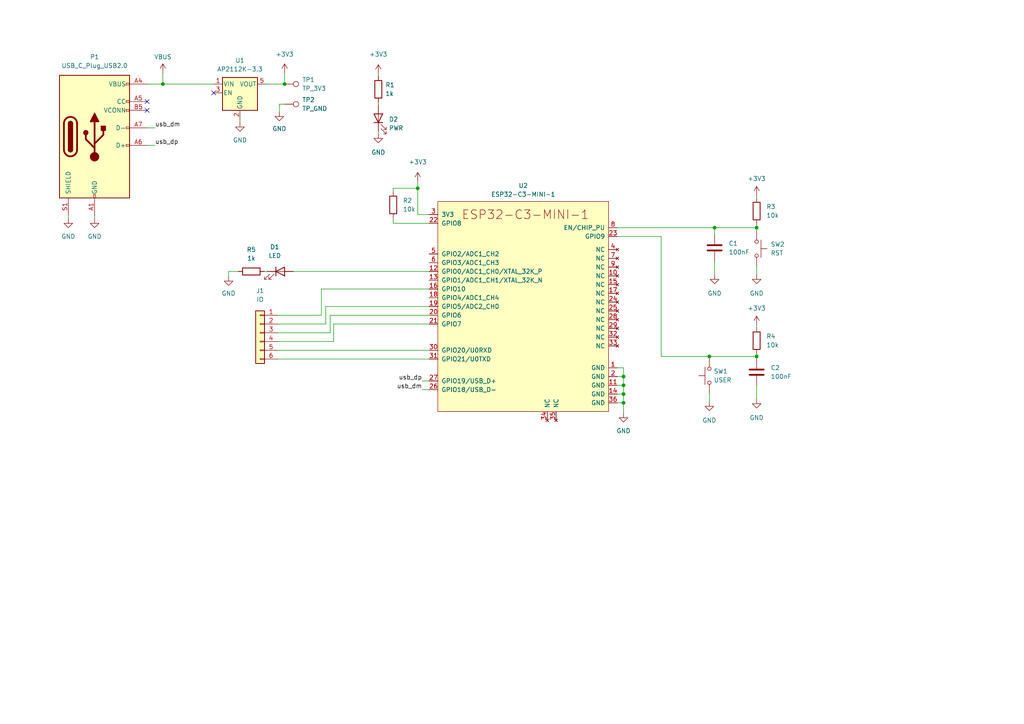
<source format=kicad_sch>
(kicad_sch (version 20211123) (generator eeschema)
  (paper "A4")
  (title_block (title "BLE FC Stack 01") (date "2023-03-22") (rev "A") (comment 1 "Author: Natesh Narain"))
  (lib_symbols
    (symbol "Connector:TestPoint" (pin_numbers hide) (pin_names (offset 0.762) hide)
      (property "Reference" "TP" (at 0 6.858 0))
      (property "Value" "TestPoint" (at 0 5.08 0))
      (symbol "TestPoint_0_1"
        (circle (center 0 3.302) (radius 0.762))
      )
      (symbol "TestPoint_1_1"
        (pin passive line (at 0 0 90) (length 2.54) (name "1") (number "1"))
      )
    )
    (symbol "Connector:USB_C_Plug_USB2.0" (pin_names (offset 1.016))
      (property "Reference" "P" (at -10.16 19.05 0))
      (property "Value" "USB_C_Plug_USB2.0" (at 12.7 19.05 0))
      (symbol "USB_C_Plug_USB2.0_0_0"
        (rectangle (start -0.254 -17.78) (end 0.254 -16.764))
        (rectangle (start 10.16 -2.286) (end 9.144 -2.794))
        (rectangle (start 10.16 2.794) (end 9.144 2.286))
        (rectangle (start 10.16 7.874) (end 9.144 7.366))
        (rectangle (start 10.16 10.414) (end 9.144 9.906))
        (rectangle (start 10.16 15.494) (end 9.144 14.986))
      )
      (symbol "USB_C_Plug_USB2.0_0_1"
        (rectangle (start -10.16 17.78) (end 10.16 -17.78) (stroke (width 0.254)) (fill (type background)))
        (arc (start -8.89 -3.81) (mid -6.985 -5.715) (end -5.08 -3.81) (stroke (width 0.508)))
        (arc (start -7.62 -3.81) (mid -6.985 -4.445) (end -6.35 -3.81) (stroke (width 0.254)))
        (arc (start -7.62 -3.81) (mid -6.985 -4.445) (end -6.35 -3.81) (stroke (width 0.254)) (fill (type outline)))
        (rectangle (start -7.62 -3.81) (end -6.35 3.81) (stroke (width 0.254)) (fill (type outline)))
        (arc (start -6.35 3.81) (mid -6.985 4.445) (end -7.62 3.81) (stroke (width 0.254)))
        (arc (start -6.35 3.81) (mid -6.985 4.445) (end -7.62 3.81) (stroke (width 0.254)) (fill (type outline)))
        (arc (start -5.08 3.81) (mid -6.985 5.715) (end -8.89 3.81) (stroke (width 0.508)))
        (circle (center -2.54 1.143) (radius 0.635) (stroke (width 0.254)) (fill (type outline)))
        (circle (center 0 -5.842) (radius 1.27) (fill (type outline)))
        (polyline (pts (xy -8.89 -3.81) (xy -8.89 3.81)) (stroke (width 0.508)))
        (polyline (pts (xy -5.08 3.81) (xy -5.08 -3.81)) (stroke (width 0.508)))
        (polyline (pts (xy 0 -5.842) (xy 0 4.318)) (stroke (width 0.508)))
        (polyline (pts (xy 0 -3.302) (xy -2.54 -0.762) (xy -2.54 0.508)) (stroke (width 0.508)))
        (polyline (pts (xy 0 -2.032) (xy 2.54 0.508) (xy 2.54 1.778)) (stroke (width 0.508)))
        (polyline (pts (xy -1.27 4.318) (xy 0 6.858) (xy 1.27 4.318) (xy -1.27 4.318)) (stroke (width 0.254)) (fill (type outline)))
        (rectangle (start 1.905 1.778) (end 3.175 3.048) (stroke (width 0.254)) (fill (type outline)))
      )
      (symbol "USB_C_Plug_USB2.0_1_1"
        (pin passive line (at 0 -22.86 90) (length 5.08) (name "GND") (number "A1"))
        (pin passive line (at 0 -22.86 90) (length 5.08) hide (name "GND") (number "A12"))
        (pin passive line (at 15.24 15.24 180) (length 5.08) (name "VBUS") (number "A4"))
        (pin bidirectional line (at 15.24 10.16 180) (length 5.08) (name "CC") (number "A5"))
        (pin bidirectional line (at 15.24 -2.54 180) (length 5.08) (name "D+") (number "A6"))
        (pin bidirectional line (at 15.24 2.54 180) (length 5.08) (name "D-") (number "A7"))
        (pin passive line (at 15.24 15.24 180) (length 5.08) hide (name "VBUS") (number "A9"))
        (pin passive line (at 0 -22.86 90) (length 5.08) hide (name "GND") (number "B1"))
        (pin passive line (at 0 -22.86 90) (length 5.08) hide (name "GND") (number "B12"))
        (pin passive line (at 15.24 15.24 180) (length 5.08) hide (name "VBUS") (number "B4"))
        (pin bidirectional line (at 15.24 7.62 180) (length 5.08) (name "VCONN") (number "B5"))
        (pin passive line (at 15.24 15.24 180) (length 5.08) hide (name "VBUS") (number "B9"))
        (pin passive line (at -7.62 -22.86 90) (length 5.08) (name "SHIELD") (number "S1"))
      )
    )
    (symbol "Connector_Generic:Conn_01x06" (pin_names (offset 1.016) hide)
      (property "Reference" "J" (at 0 7.62 0))
      (property "Value" "Conn_01x06" (at 0 -10.16 0))
      (symbol "Conn_01x06_1_1"
        (rectangle (start -1.27 -7.493) (end 0 -7.747) (stroke (width 0.1524)))
        (rectangle (start -1.27 -4.953) (end 0 -5.207) (stroke (width 0.1524)))
        (rectangle (start -1.27 -2.413) (end 0 -2.667) (stroke (width 0.1524)))
        (rectangle (start -1.27 0.127) (end 0 -0.127) (stroke (width 0.1524)))
        (rectangle (start -1.27 2.667) (end 0 2.413) (stroke (width 0.1524)))
        (rectangle (start -1.27 5.207) (end 0 4.953) (stroke (width 0.1524)))
        (rectangle (start -1.27 6.35) (end 1.27 -8.89) (stroke (width 0.254)) (fill (type background)))
        (pin passive line (at -5.08 5.08 0) (length 3.81) (name "Pin_1") (number "1"))
        (pin passive line (at -5.08 2.54 0) (length 3.81) (name "Pin_2") (number "2"))
        (pin passive line (at -5.08 0 0) (length 3.81) (name "Pin_3") (number "3"))
        (pin passive line (at -5.08 -2.54 0) (length 3.81) (name "Pin_4") (number "4"))
        (pin passive line (at -5.08 -5.08 0) (length 3.81) (name "Pin_5") (number "5"))
        (pin passive line (at -5.08 -7.62 0) (length 3.81) (name "Pin_6") (number "6"))
      )
    )
    (symbol "Device:C" (pin_numbers hide) (pin_names (offset 0.254))
      (property "Reference" "C" (at 0.635 2.54 0))
      (property "Value" "C" (at 0.635 -2.54 0))
      (symbol "C_0_1"
        (polyline (pts (xy -2.032 -0.762) (xy 2.032 -0.762)) (stroke (width 0.508)))
        (polyline (pts (xy -2.032 0.762) (xy 2.032 0.762)) (stroke (width 0.508)))
      )
      (symbol "C_1_1"
        (pin passive line (at 0 3.81 270) (length 2.794) (name "~") (number "1"))
        (pin passive line (at 0 -3.81 90) (length 2.794) (name "~") (number "2"))
      )
    )
    (symbol "Device:LED" (pin_numbers hide) (pin_names (offset 1.016) hide)
      (property "Reference" "D" (at 0 2.54 0))
      (property "Value" "LED" (at 0 -2.54 0))
      (symbol "LED_0_1"
        (polyline (pts (xy -1.27 -1.27) (xy -1.27 1.27)) (stroke (width 0.254)))
        (polyline (pts (xy -1.27 0) (xy 1.27 0)))
        (polyline (pts (xy 1.27 -1.27) (xy 1.27 1.27) (xy -1.27 0) (xy 1.27 -1.27)) (stroke (width 0.254)))
        (polyline (pts (xy -3.048 -0.762) (xy -4.572 -2.286) (xy -3.81 -2.286) (xy -4.572 -2.286) (xy -4.572 -1.524)))
        (polyline (pts (xy -1.778 -0.762) (xy -3.302 -2.286) (xy -2.54 -2.286) (xy -3.302 -2.286) (xy -3.302 -1.524)))
      )
      (symbol "LED_1_1"
        (pin passive line (at -3.81 0 0) (length 2.54) (name "K") (number "1"))
        (pin passive line (at 3.81 0 180) (length 2.54) (name "A") (number "2"))
      )
    )
    (symbol "Device:R" (pin_numbers hide) (pin_names (offset 0))
      (property "Reference" "R" (at 2.032 0 90))
      (property "Value" "R" (at 0 0 90))
      (symbol "R_0_1"
        (rectangle (start -1.016 -2.54) (end 1.016 2.54) (stroke (width 0.254)))
      )
      (symbol "R_1_1"
        (pin passive line (at 0 3.81 270) (length 1.27) (name "~") (number "1"))
        (pin passive line (at 0 -3.81 90) (length 1.27) (name "~") (number "2"))
      )
    )
    (symbol "Regulator_Linear:AP2112K-3.3" (pin_names (offset 0.254))
      (property "Reference" "U" (at -5.08 5.715 0))
      (property "Value" "AP2112K-3.3" (at 0 5.715 0))
      (symbol "AP2112K-3.3_0_1"
        (rectangle (start -5.08 4.445) (end 5.08 -5.08) (stroke (width 0.254)) (fill (type background)))
      )
      (symbol "AP2112K-3.3_1_1"
        (pin power_in line (at -7.62 2.54 0) (length 2.54) (name "VIN") (number "1"))
        (pin power_in line (at 0 -7.62 90) (length 2.54) (name "GND") (number "2"))
        (pin input line (at -7.62 0 0) (length 2.54) (name "EN") (number "3"))
        (pin no_connect line (at 5.08 0 180) (length 2.54) hide (name "NC") (number "4"))
        (pin power_out line (at 7.62 2.54 180) (length 2.54) (name "VOUT") (number "5"))
      )
    )
    (symbol "Switch:SW_Push" (pin_numbers hide) (pin_names (offset 1.016) hide)
      (property "Reference" "SW" (at 1.27 2.54 0))
      (property "Value" "SW_Push" (at 0 -1.524 0))
      (symbol "SW_Push_0_1"
        (circle (center -2.032 0) (radius 0.508))
        (polyline (pts (xy 0 1.27) (xy 0 3.048)))
        (polyline (pts (xy 2.54 1.27) (xy -2.54 1.27)))
        (circle (center 2.032 0) (radius 0.508))
        (pin passive line (at -5.08 0 0) (length 2.54) (name "1") (number "1"))
        (pin passive line (at 5.08 0 180) (length 2.54) (name "2") (number "2"))
      )
    )
    (symbol "espressif:ESP32-C3-MINI-1" (pin_names (offset 1.016))
      (property "Reference" "U?" (at 0.635 36.322 0))
      (property "Value" "ESP32-C3-MINI-1" (at 0.635 33.782 0))
      (symbol "ESP32-C3-MINI-1_0_0"
        (text "ESP32-C3-MINI-1" (at 1.27 27.94 0) (effects (font (size 2.54 2.54))))
      )
      (symbol "ESP32-C3-MINI-1_0_1"
        (rectangle (start -24.13 31.75) (end 25.4 -29.21) (fill (type background)))
      )
      (symbol "ESP32-C3-MINI-1_1_1"
        (pin power_in line (at 27.94 -16.51 180) (length 2.54) (name "GND") (number "1"))
        (pin no_connect line (at 27.94 10.16 180) (length 2.54) (name "NC") (number "10"))
        (pin power_in line (at 27.94 -21.59 180) (length 2.54) (name "GND") (number "11"))
        (pin bidirectional line (at -26.67 11.43 0) (length 2.54) (name "GPIO0/ADC1_CH0/XTAL_32K_P") (number "12"))
        (pin bidirectional line (at -26.67 8.89 0) (length 2.54) (name "GPIO1/ADC1_CH1/XTAL_32K_N") (number "13"))
        (pin power_in line (at 27.94 -24.13 180) (length 2.54) (name "GND") (number "14"))
        (pin no_connect line (at 27.94 7.62 180) (length 2.54) (name "NC") (number "15"))
        (pin bidirectional line (at -26.67 6.35 0) (length 2.54) (name "GPIO10") (number "16"))
        (pin no_connect line (at 27.94 5.08 180) (length 2.54) (name "NC") (number "17"))
        (pin bidirectional line (at -26.67 3.81 0) (length 2.54) (name "GPIO4/ADC1_CH4") (number "18"))
        (pin bidirectional line (at -26.67 1.27 0) (length 2.54) (name "GPIO5/ADC2_CH0") (number "19"))
        (pin power_in line (at 27.94 -19.05 180) (length 2.54) (name "GND") (number "2"))
        (pin bidirectional line (at -26.67 -1.27 0) (length 2.54) (name "GPIO6") (number "20"))
        (pin bidirectional line (at -26.67 -3.81 0) (length 2.54) (name "GPIO7") (number "21"))
        (pin bidirectional line (at -26.67 25.4 0) (length 2.54) (name "GPIO8") (number "22"))
        (pin bidirectional line (at 27.94 21.59 180) (length 2.54) (name "GPIO9") (number "23"))
        (pin no_connect line (at 27.94 2.54 180) (length 2.54) (name "NC") (number "24"))
        (pin no_connect line (at 27.94 0 180) (length 2.54) (name "NC") (number "25"))
        (pin bidirectional line (at -26.67 -22.86 0) (length 2.54) (name "GPIO18/USB_D-") (number "26"))
        (pin bidirectional line (at -26.67 -20.32 0) (length 2.54) (name "GPIO19/USB_D+") (number "27"))
        (pin no_connect line (at 27.94 -2.54 180) (length 2.54) (name "NC") (number "28"))
        (pin no_connect line (at 27.94 -5.08 180) (length 2.54) (name "NC") (number "29"))
        (pin power_in line (at -26.67 27.94 0) (length 2.54) (name "3V3") (number "3"))
        (pin bidirectional line (at -26.67 -11.43 0) (length 2.54) (name "GPIO20/U0RXD") (number "30"))
        (pin bidirectional line (at -26.67 -13.97 0) (length 2.54) (name "GPIO21/U0TXD") (number "31"))
        (pin no_connect line (at 27.94 -7.62 180) (length 2.54) (name "NC") (number "32"))
        (pin no_connect line (at 27.94 -10.16 180) (length 2.54) (name "NC") (number "33"))
        (pin no_connect line (at 7.62 -31.75 90) (length 2.54) (name "NC") (number "34"))
        (pin no_connect line (at 10.16 -31.75 90) (length 2.54) (name "NC") (number "35"))
        (pin power_in line (at 27.94 -26.67 180) (length 2.54) (name "GND") (number "36"))
        (pin no_connect line (at 27.94 17.78 180) (length 2.54) (name "NC") (number "4"))
        (pin bidirectional line (at -26.67 16.51 0) (length 2.54) (name "GPIO2/ADC1_CH2") (number "5"))
        (pin bidirectional line (at -26.67 13.97 0) (length 2.54) (name "GPIO3/ADC1_CH3") (number "6"))
        (pin no_connect line (at 27.94 15.24 180) (length 2.54) (name "NC") (number "7"))
        (pin input line (at 27.94 24.13 180) (length 2.54) (name "EN/CHIP_PU") (number "8"))
        (pin no_connect line (at 27.94 12.7 180) (length 2.54) (name "NC") (number "9"))
      )
    )
    (symbol "power:+3V3" (power) (pin_names (offset 0))
      (property "Value" "+3V3" (at 0 3.556 0))
      (symbol "+3V3_0_1"
        (polyline (pts (xy -0.762 1.27) (xy 0 2.54)))
        (polyline (pts (xy 0 0) (xy 0 2.54)))
        (polyline (pts (xy 0 2.54) (xy 0.762 1.27)))
      )
      (symbol "+3V3_1_1"
        (pin power_in line (at 0 0 90) (length 0) hide (name "+3V3") (number "1"))
      )
    )
    (symbol "power:GND" (power) (pin_names (offset 0))
      (property "Value" "GND" (at 0 -3.81 0))
      (symbol "GND_0_1"
        (polyline (pts (xy 0 0) (xy 0 -1.27) (xy 1.27 -1.27) (xy 0 -2.54) (xy -1.27 -1.27) (xy 0 -1.27)))
      )
      (symbol "GND_1_1"
        (pin power_in line (at 0 0 270) (length 0) hide (name "GND") (number "1"))
      )
    )
    (symbol "power:VBUS" (power) (pin_names (offset 0))
      (property "Value" "VBUS" (at 0 3.81 0))
      (symbol "VBUS_0_1"
        (polyline (pts (xy -0.762 1.27) (xy 0 2.54)))
        (polyline (pts (xy 0 0) (xy 0 2.54)))
        (polyline (pts (xy 0 2.54) (xy 0.762 1.27)))
      )
      (symbol "VBUS_1_1"
        (pin power_in line (at 0 0 90) (length 0) hide (name "VBUS") (number "1"))
      )
    )
  )
  (junction (at 47.244 24.384))
  (junction (at 207.264 66.04))
  (junction (at 180.848 111.76))
  (junction (at 180.848 114.3))
  (junction (at 82.55 24.384))
  (junction (at 180.848 109.22))
  (junction (at 121.158 54.61))
  (junction (at 219.456 66.04))
  (junction (at 180.848 116.84))
  (junction (at 219.456 103.378))
  (junction (at 205.74 103.378))
  (no_connect (at 42.672 29.464))
  (no_connect (at 42.672 32.004))
  (no_connect (at 61.976 26.924))
  (wire (pts (xy 219.456 66.04) (xy 219.456 67.056)))
  (wire (pts (xy 124.46 88.9) (xy 94.488 88.9)))
  (wire (pts (xy 219.456 94.234) (xy 219.456 94.996)))
  (wire (pts (xy 47.244 24.384) (xy 61.976 24.384)))
  (wire (pts (xy 207.264 66.04) (xy 219.456 66.04)))
  (wire (pts (xy 180.848 116.84) (xy 180.848 119.888)))
  (wire (pts (xy 205.74 114.046) (xy 205.74 116.586)))
  (wire (pts (xy 219.456 111.76) (xy 219.456 115.824)))
  (wire (pts (xy 109.728 38.1) (xy 109.728 38.862)))
  (wire (pts (xy 207.264 66.04) (xy 207.264 68.072)))
  (wire (pts (xy 124.46 78.74) (xy 85.09 78.74)))
  (wire (pts (xy 205.74 103.378) (xy 219.456 103.378)))
  (wire (pts (xy 42.672 24.384) (xy 47.244 24.384)))
  (wire (pts (xy 179.07 66.04) (xy 207.264 66.04)))
  (wire (pts (xy 81.026 30.226) (xy 81.026 32.512)))
  (wire (pts (xy 80.518 101.6) (xy 124.46 101.6)))
  (wire (pts (xy 219.456 102.616) (xy 219.456 103.378)))
  (wire (pts (xy 219.456 65.024) (xy 219.456 66.04)))
  (wire (pts (xy 66.294 78.74) (xy 66.294 80.264)))
  (wire (pts (xy 69.088 78.74) (xy 66.294 78.74)))
  (wire (pts (xy 219.456 77.216) (xy 219.456 79.756)))
  (wire (pts (xy 180.848 109.22) (xy 180.848 111.76)))
  (wire (pts (xy 114.046 54.61) (xy 121.158 54.61)))
  (wire (pts (xy 124.46 64.77) (xy 114.046 64.77)))
  (wire (pts (xy 94.488 93.98) (xy 80.518 93.98)))
  (wire (pts (xy 122.428 110.49) (xy 124.46 110.49)))
  (wire (pts (xy 114.046 63.246) (xy 114.046 64.77)))
  (wire (pts (xy 207.264 75.692) (xy 207.264 79.756)))
  (wire (pts (xy 109.728 21.336) (xy 109.728 22.098)))
  (wire (pts (xy 191.77 68.58) (xy 191.77 103.378)))
  (wire (pts (xy 76.708 78.74) (xy 77.47 78.74)))
  (wire (pts (xy 122.428 113.03) (xy 124.46 113.03)))
  (wire (pts (xy 27.432 62.484) (xy 27.432 63.5)))
  (wire (pts (xy 80.518 104.14) (xy 124.46 104.14)))
  (wire (pts (xy 179.07 109.22) (xy 180.848 109.22)))
  (wire (pts (xy 180.848 111.76) (xy 180.848 114.3)))
  (wire (pts (xy 96.774 93.98) (xy 96.774 99.06)))
  (wire (pts (xy 69.596 34.544) (xy 69.596 35.56)))
  (wire (pts (xy 121.158 62.23) (xy 121.158 54.61)))
  (wire (pts (xy 121.158 54.61) (xy 121.158 52.578)))
  (wire (pts (xy 124.46 83.82) (xy 93.218 83.82)))
  (wire (pts (xy 94.488 88.9) (xy 94.488 93.98)))
  (wire (pts (xy 77.216 24.384) (xy 82.55 24.384)))
  (wire (pts (xy 179.07 114.3) (xy 180.848 114.3)))
  (wire (pts (xy 179.07 68.58) (xy 191.77 68.58)))
  (wire (pts (xy 180.848 106.68) (xy 180.848 109.22)))
  (wire (pts (xy 93.218 91.44) (xy 80.518 91.44)))
  (wire (pts (xy 82.55 24.384) (xy 82.55 21.082)))
  (wire (pts (xy 47.244 24.384) (xy 47.244 21.082)))
  (wire (pts (xy 124.46 91.44) (xy 95.758 91.44)))
  (wire (pts (xy 95.758 96.52) (xy 80.518 96.52)))
  (wire (pts (xy 114.046 55.626) (xy 114.046 54.61)))
  (wire (pts (xy 191.77 103.378) (xy 205.74 103.378)))
  (wire (pts (xy 179.07 106.68) (xy 180.848 106.68)))
  (wire (pts (xy 82.55 30.226) (xy 81.026 30.226)))
  (wire (pts (xy 180.848 114.3) (xy 180.848 116.84)))
  (wire (pts (xy 124.46 62.23) (xy 121.158 62.23)))
  (wire (pts (xy 42.672 42.164) (xy 44.958 42.164)))
  (wire (pts (xy 42.672 37.084) (xy 44.958 37.084)))
  (wire (pts (xy 95.758 91.44) (xy 95.758 96.52)))
  (wire (pts (xy 109.728 29.718) (xy 109.728 30.48)))
  (wire (pts (xy 219.456 103.378) (xy 219.456 104.14)))
  (wire (pts (xy 19.812 62.484) (xy 19.812 63.5)))
  (wire (pts (xy 179.07 111.76) (xy 180.848 111.76)))
  (wire (pts (xy 93.218 83.82) (xy 93.218 91.44)))
  (wire (pts (xy 219.456 56.642) (xy 219.456 57.404)))
  (wire (pts (xy 179.07 116.84) (xy 180.848 116.84)))
  (wire (pts (xy 96.774 99.06) (xy 80.518 99.06)))
  (wire (pts (xy 124.46 93.98) (xy 96.774 93.98)))
  (wire (pts (xy 205.74 103.886) (xy 205.74 103.378)))
  (label "usb_dm" (at 122.428 113.03 180))
  (label "usb_dp" (at 44.958 42.164 0))
  (label "usb_dm" (at 44.958 37.084 0))
  (label "usb_dp" (at 122.428 110.49 180))
  (symbol (lib_id "Device:C") (at 219.456 107.95 0) (unit 1)
    (property "Reference" "C2" (at 223.52 106.6799 0) (effects (justify left)))
    (property "Value" "100nF" (at 223.52 109.2199 0) (effects (justify left)))
    (property "Footprint" "Capacitor_SMD:C_0402_1005Metric" (effects hide))
    (property "LCSC" "C307331" (effects hide))
  )
  (symbol (lib_id "power:GND") (at 207.264 79.756 0) (unit 1)
    (property "Reference" "#PWR0110" (effects hide))
    (property "Value" "GND" (at 207.264 85.09 0))
  )
  (symbol (lib_id "Regulator_Linear:AP2112K-3.3") (at 69.596 26.924 0) (unit 1)
    (property "Reference" "U1" (at 69.596 17.526 0))
    (property "Value" "AP2112K-3.3" (at 69.596 20.066 0))
    (property "Footprint" "Package_TO_SOT_SMD:SOT-23-5" (effects hide))
    (property "Datasheet" "https://www.diodes.com/assets/Datasheets/AP2112.pdf" (effects hide))
    (property "LCSC" "C51118" (effects hide))
  )
  (symbol (lib_id "Device:C") (at 207.264 71.882 0) (unit 1)
    (property "Reference" "C1" (at 211.328 70.6119 0) (effects (justify left)))
    (property "Value" "100nF" (at 211.328 73.1519 0) (effects (justify left)))
    (property "Footprint" "Capacitor_SMD:C_0402_1005Metric" (effects hide))
    (property "LCSC" "C307331" (effects hide))
  )
  (symbol (lib_id "power:+3V3") (at 109.728 21.336 0) (unit 1)
    (property "Reference" "#PWR0103" (effects hide))
    (property "Value" "+3V3" (at 109.728 15.748 0))
  )
  (symbol (lib_id "power:GND") (at 109.728 38.862 0) (unit 1)
    (property "Reference" "#PWR0101" (effects hide))
    (property "Value" "GND" (at 109.728 44.196 0))
  )
  (symbol (lib_id "power:GND") (at 180.848 119.888 0) (unit 1)
    (property "Reference" "#PWR0106" (effects hide))
    (property "Value" "GND" (at 180.848 124.968 0))
  )
  (symbol (lib_id "power:+3V3") (at 219.456 94.234 0) (unit 1)
    (property "Reference" "#PWR0108" (effects hide))
    (property "Value" "+3V3" (at 219.456 89.408 0))
  )
  (symbol (lib_id "espressif:ESP32-C3-MINI-1") (at 151.13 90.17 0) (unit 1)
    (property "Reference" "U2" (at 151.765 53.848 0))
    (property "Value" "ESP32-C3-MINI-1" (at 151.765 56.388 0))
    (property "Footprint" "Espressif:ESP32-C3-MINI-1" (effects hide))
    (property "Datasheet" "https://www.espressif.com/sites/default/files/documentation/esp32-c3-mini-1_datasheet_en.pdf" (effects hide))
    (property "LCSC" "C2838502" (effects hide))
  )
  (symbol (lib_id "power:GND") (at 27.432 63.5 0) (unit 1)
    (property "Reference" "#PWR0116" (effects hide))
    (property "Value" "GND" (at 27.432 68.58 0))
  )
  (symbol (lib_id "power:GND") (at 205.74 116.586 0) (unit 1)
    (property "Reference" "#PWR0105" (effects hide))
    (property "Value" "GND" (at 205.74 121.92 0))
  )
  (symbol (lib_id "power:GND") (at 69.596 35.56 0) (unit 1)
    (property "Reference" "#PWR0117" (effects hide))
    (property "Value" "GND" (at 69.596 40.64 0))
  )
  (symbol (lib_id "power:GND") (at 66.294 80.264 0) (unit 1)
    (property "Reference" "#PWR0113" (effects hide))
    (property "Value" "GND" (at 66.294 85.09 0))
  )
  (symbol (lib_id "Switch:SW_Push") (at 205.74 108.966 90) (mirror x) (unit 1)
    (property "Reference" "SW1" (at 207.01 107.6959 90) (effects (justify right)))
    (property "Value" "USER" (at 207.01 110.2359 90) (effects (justify right)))
    (property "Footprint" "tactile_switches:TS-1088-AR02016" (effects hide))
    (property "LCSC" "C720477" (effects hide))
  )
  (symbol (lib_id "power:+3V3") (at 82.55 21.082 0) (unit 1)
    (property "Reference" "#PWR0104" (effects hide))
    (property "Value" "+3V3" (at 82.55 15.748 0))
  )
  (symbol (lib_id "Device:R") (at 114.046 59.436 0) (unit 1)
    (property "Reference" "R2" (at 116.84 58.1659 0) (effects (justify left)))
    (property "Value" "10k" (at 116.84 60.7059 0) (effects (justify left)))
    (property "Footprint" "Resistor_SMD:R_0402_1005Metric" (effects hide))
    (property "LCSC" "C25744" (effects hide))
  )
  (symbol (lib_id "Device:R") (at 219.456 61.214 0) (unit 1)
    (property "Reference" "R3" (at 222.25 59.9439 0) (effects (justify left)))
    (property "Value" "10k" (at 222.25 62.4839 0) (effects (justify left)))
    (property "Footprint" "Resistor_SMD:R_0402_1005Metric" (effects hide))
    (property "LCSC" "C25744" (effects hide))
  )
  (symbol (lib_id "power:+3V3") (at 219.456 56.642 0) (unit 1)
    (property "Reference" "#PWR0107" (effects hide))
    (property "Value" "+3V3" (at 219.456 51.816 0))
  )
  (symbol (lib_id "Device:R") (at 72.898 78.74 270) (unit 1)
    (property "Reference" "R5" (at 72.898 72.39 90))
    (property "Value" "1k" (at 72.898 74.93 90))
    (property "Footprint" "Resistor_SMD:R_0402_1005Metric" (effects hide))
  )
  (symbol (lib_id "Device:LED") (at 81.28 78.74 0) (unit 1)
    (property "Reference" "D1" (at 79.6925 71.628 0))
    (property "Value" "LED" (at 79.6925 74.168 0))
    (property "Footprint" "LED_SMD:LED_0805_2012Metric" (effects hide))
    (property "LCSC" "C434432" (effects hide))
  )
  (symbol (lib_id "power:+3V3") (at 121.158 52.578 0) (unit 1)
    (property "Reference" "#PWR0102" (effects hide))
    (property "Value" "+3V3" (at 121.158 46.99 0))
  )
  (symbol (lib_id "Connector:USB_C_Plug_USB2.0") (at 27.432 39.624 0) (unit 1)
    (property "Reference" "P1" (at 27.432 16.51 0))
    (property "Value" "USB_C_Plug_USB2.0" (at 27.432 19.05 0))
    (property "Footprint" "USB-C-Connectors:TYPE-C-31-M-04" (effects hide))
    (property "Datasheet" "https://www.usb.org/sites/default/files/documents/usb_type-c.zip" (effects hide))
    (property "LCSC" "C129018" (effects hide))
  )
  (symbol (lib_id "Device:LED") (at 109.728 34.29 90) (unit 1)
    (property "Reference" "D2" (at 112.776 34.6074 90) (effects (justify right)))
    (property "Value" "PWR" (at 112.776 37.1474 90) (effects (justify right)))
    (property "Footprint" "LED_SMD:LED_0805_2012Metric" (effects hide))
    (property "LCSC" "C84262" (effects hide))
  )
  (symbol (lib_id "power:VBUS") (at 47.244 21.082 0) (unit 1)
    (property "Reference" "#PWR0112" (effects hide))
    (property "Value" "VBUS" (at 47.244 16.51 0))
  )
  (symbol (lib_id "Connector:TestPoint") (at 82.55 30.226 270) (unit 1)
    (property "Reference" "TP2" (at 87.63 28.9559 90) (effects (justify left)))
    (property "Value" "TP_GND" (at 87.63 31.4959 90) (effects (justify left)))
    (property "Footprint" "TestPoint:TestPoint_Pad_2.0x2.0mm" (effects hide))
  )
  (symbol (lib_id "Switch:SW_Push") (at 219.456 72.136 270) (unit 1)
    (property "Reference" "SW2" (at 223.52 70.8659 90) (effects (justify left)))
    (property "Value" "RST" (at 223.52 73.4059 90) (effects (justify left)))
    (property "Footprint" "tactile_switches:TS-1088-AR02016" (effects hide))
    (property "LCSC" "C720477" (effects hide))
  )
  (symbol (lib_id "power:GND") (at 219.456 79.756 0) (unit 1)
    (property "Reference" "#PWR0109" (effects hide))
    (property "Value" "GND" (at 219.456 85.09 0))
  )
  (symbol (lib_id "power:GND") (at 19.812 63.5 0) (unit 1)
    (property "Reference" "#PWR0115" (effects hide))
    (property "Value" "GND" (at 19.812 68.58 0))
  )
  (symbol (lib_id "Device:R") (at 219.456 98.806 0) (unit 1)
    (property "Reference" "R4" (at 222.25 97.5359 0) (effects (justify left)))
    (property "Value" "10k" (at 222.25 100.0759 0) (effects (justify left)))
    (property "Footprint" "Resistor_SMD:R_0402_1005Metric" (effects hide))
    (property "LCSC" "C25744" (effects hide))
  )
  (symbol (lib_id "Device:R") (at 109.728 25.908 0) (unit 1)
    (property "Reference" "R1" (at 111.76 24.6379 0) (effects (justify left)))
    (property "Value" "1k" (at 111.76 27.1779 0) (effects (justify left)))
    (property "Footprint" "Resistor_SMD:R_0402_1005Metric" (effects hide))
    (property "LCSC" "C25543" (effects hide))
  )
  (symbol (lib_id "power:GND") (at 219.456 115.824 0) (unit 1)
    (property "Reference" "#PWR0111" (effects hide))
    (property "Value" "GND" (at 219.456 121.158 0))
  )
  (symbol (lib_id "Connector_Generic:Conn_01x06") (at 75.438 96.52 0) (mirror y) (unit 1)
    (property "Reference" "J1" (at 75.438 84.328 0))
    (property "Value" "IO" (at 75.438 86.868 0))
    (property "Footprint" "Connector_PinHeader_2.54mm:PinHeader_1x06_P2.54mm_Vertical" (effects hide))
  )
  (symbol (lib_id "Connector:TestPoint") (at 82.55 24.384 270) (unit 1)
    (property "Reference" "TP1" (at 87.63 23.1139 90) (effects (justify left)))
    (property "Value" "TP_3V3" (at 87.63 25.6539 90) (effects (justify left)))
    (property "Footprint" "TestPoint:TestPoint_Pad_2.0x2.0mm" (effects hide))
  )
  (symbol (lib_id "power:GND") (at 81.026 32.512 0) (unit 1)
    (property "Reference" "#PWR0114" (effects hide))
    (property "Value" "GND" (at 81.026 37.338 0))
  )
)
</source>
